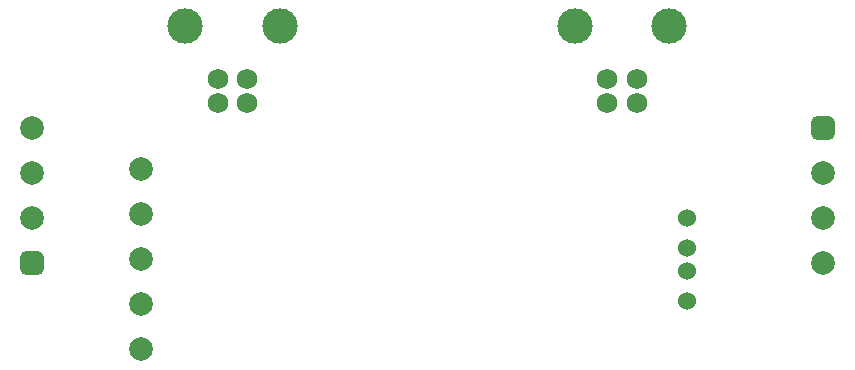
<source format=gbr>
%TF.GenerationSoftware,KiCad,Pcbnew,(6.0.10)*%
%TF.CreationDate,2023-01-06T10:26:07+00:00*%
%TF.ProjectId,USB,5553422e-6b69-4636-9164-5f7063625858,rev?*%
%TF.SameCoordinates,Original*%
%TF.FileFunction,Soldermask,Top*%
%TF.FilePolarity,Negative*%
%FSLAX46Y46*%
G04 Gerber Fmt 4.6, Leading zero omitted, Abs format (unit mm)*
G04 Created by KiCad (PCBNEW (6.0.10)) date 2023-01-06 10:26:07*
%MOMM*%
%LPD*%
G01*
G04 APERTURE LIST*
G04 Aperture macros list*
%AMRoundRect*
0 Rectangle with rounded corners*
0 $1 Rounding radius*
0 $2 $3 $4 $5 $6 $7 $8 $9 X,Y pos of 4 corners*
0 Add a 4 corners polygon primitive as box body*
4,1,4,$2,$3,$4,$5,$6,$7,$8,$9,$2,$3,0*
0 Add four circle primitives for the rounded corners*
1,1,$1+$1,$2,$3*
1,1,$1+$1,$4,$5*
1,1,$1+$1,$6,$7*
1,1,$1+$1,$8,$9*
0 Add four rect primitives between the rounded corners*
20,1,$1+$1,$2,$3,$4,$5,0*
20,1,$1+$1,$4,$5,$6,$7,0*
20,1,$1+$1,$6,$7,$8,$9,0*
20,1,$1+$1,$8,$9,$2,$3,0*%
G04 Aperture macros list end*
%ADD10RoundRect,0.500000X0.500000X-0.500000X0.500000X0.500000X-0.500000X0.500000X-0.500000X-0.500000X0*%
%ADD11C,2.000000*%
%ADD12C,1.750000*%
%ADD13C,3.000000*%
%ADD14RoundRect,0.500000X-0.500000X0.500000X-0.500000X-0.500000X0.500000X-0.500000X0.500000X0.500000X0*%
%ADD15C,1.524000*%
G04 APERTURE END LIST*
D10*
%TO.C,J4*%
X125110000Y-140875000D03*
D11*
X125110000Y-137065000D03*
X125110000Y-133255000D03*
X125110000Y-129445000D03*
%TD*%
D12*
%TO.C,J1*%
X173820000Y-127345000D03*
X176320000Y-127345000D03*
X176320000Y-125345000D03*
X173820000Y-125345000D03*
D13*
X171070000Y-120855000D03*
X179070000Y-120855000D03*
%TD*%
D14*
%TO.C,J3*%
X192030000Y-129445000D03*
D11*
X192030000Y-133255000D03*
X192030000Y-137065000D03*
X192030000Y-140875000D03*
%TD*%
D12*
%TO.C,J2*%
X140820000Y-127345000D03*
X143320000Y-127345000D03*
X143320000Y-125345000D03*
X140820000Y-125345000D03*
D13*
X146070000Y-120855000D03*
X138070000Y-120855000D03*
%TD*%
D15*
%TO.C,U1*%
X180570000Y-137100000D03*
X180570000Y-139600000D03*
X180570000Y-141600000D03*
X180570000Y-144100000D03*
D11*
X134320000Y-148220000D03*
X134320000Y-144410000D03*
X134320000Y-140600000D03*
X134320000Y-136790000D03*
X134320000Y-132980000D03*
%TD*%
M02*

</source>
